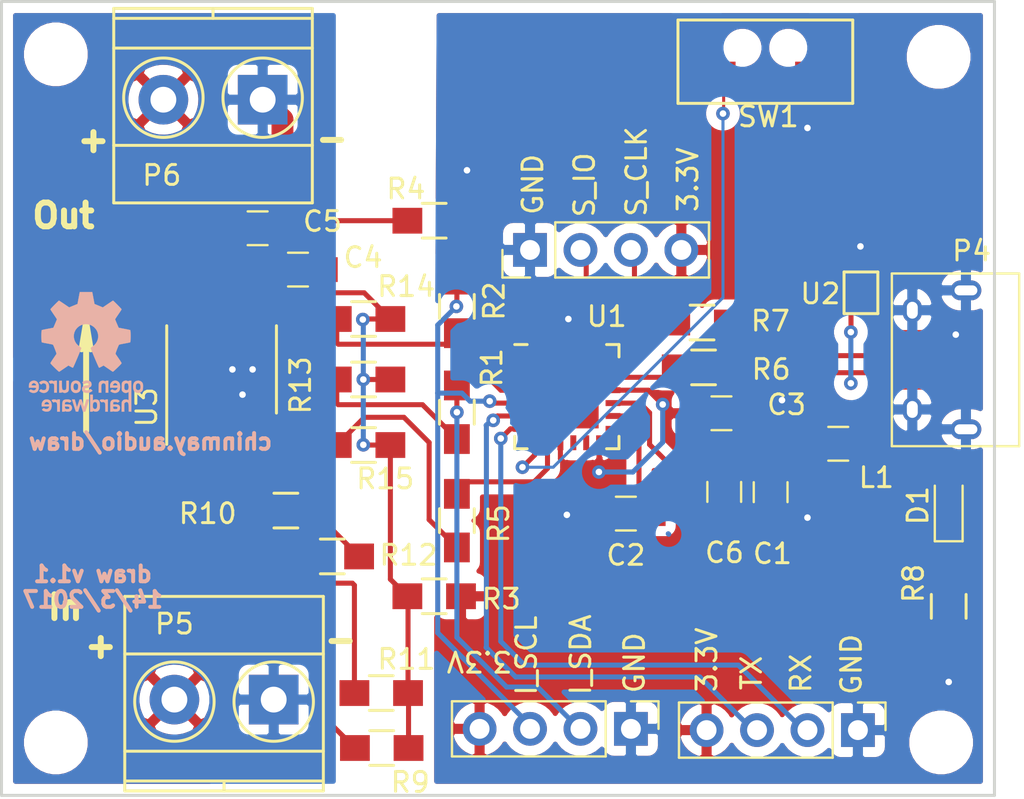
<source format=kicad_pcb>
(kicad_pcb (version 20171130) (host pcbnew "(5.1.0-0)")
  (layers (0 F.Cu signal) (31 B.Cu signal) (34 B.Paste user) (35 F.Paste user) (36 B.SilkS user) (37 F.SilkS user) (38 B.Mask user) (39 F.Mask user) (44 Edge.Cuts user))
  (net 0 "")
  (net 1 "Net-(C1-Pad1)")
  (net 2 GND)
  (net 3 "Net-(C2-Pad1)")
  (net 4 +3V3)
  (net 5 "Net-(C5-Pad1)")
  (net 6 "Net-(D1-Pad1)")
  (net 7 "Net-(L1-Pad1)")
  (net 8 /MCU/I2C0-SDA)
  (net 9 /MCU/I2C0_SCL)
  (net 10 /MCU/UART_TX)
  (net 11 /MCU/SWD_CLK)
  (net 12 "Net-(P4-Pad2)")
  (net 13 "Net-(P4-Pad3)")
  (net 14 "/Current Sense Amplifier/I2C_SDA")
  (net 15 "/Current Sense Amplifier/I2C_SCL")
  (net 16 /MCU/GPIO_PB11)
  (net 17 "/Current Sense Amplifier/ALERT")
  (net 18 "Net-(R6-Pad2)")
  (net 19 "Net-(R7-Pad2)")
  (net 20 "Net-(R10-Pad1)")
  (net 21 "Net-(R11-Pad1)")
  (net 22 "Net-(SW1-Pad1)")
  (net 23 "Net-(U1-Pad1)")
  (net 24 "Net-(U1-Pad10)")
  (net 25 "Net-(U1-Pad11)")
  (net 26 "Net-(U1-Pad23)")
  (net 27 "Net-(U1-Pad24)")
  (net 28 "Net-(P6-Pad2)")
  (net 29 +3.3VA)
  (net 30 GNDA)
  (net 31 "Net-(P2-Pad2)")
  (net 32 "Net-(P3-Pad2)")
  (net 33 "Net-(P4-Pad4)")
  (net 34 "Net-(U2-Pad1)")
  (net 35 "Net-(U2-Pad3)")
  (net 36 "Net-(U3-Pad13)")
  (module Mounting_Holes:MountingHole_2.2mm_M2 (layer F.Cu) (at 62.738 132.334)
    (fp_text reference REF** hide)
    (fp_text value MountingHole_2.2mm_M2 hide)
    (pad 1 np_thru_hole circle (at 0 0) (size 2.2 2.2) (drill 2.2) (layers *.Cu *.Mask))
  )
  (module Mounting_Holes:MountingHole_2.2mm_M2 (layer F.Cu) (at 62.738 97.663)
    (fp_text reference REF** hide)
    (fp_text value MountingHole_2.2mm_M2 hide)
    (pad 1 np_thru_hole circle (at 0 0) (size 2.2 2.2) (drill 2.2) (layers *.Cu *.Mask))
  )
  (module Mounting_Holes:MountingHole_2.2mm_M2 (layer F.Cu) (at 107.315 132.334)
    (fp_text reference REF** hide)
    (fp_text value MountingHole_2.2mm_M2 hide)
    (pad 1 np_thru_hole circle (at 0 0) (size 2.2 2.2) (drill 2.2) (layers *.Cu *.Mask))
  )
  (module Mounting_Holes:MountingHole_2.2mm_M2 (layer F.Cu) (at 107.188 97.79)
    (fp_text reference REF** hide)
    (fp_text value MountingHole_2.2mm_M2 hide)
    (pad 1 np_thru_hole circle (at 0 0) (size 2.2 2.2) (drill 2.2) (layers *.Cu *.Mask))
  )
  (module Symbols:OSHW-Logo_5.7x6mm_SilkScreen (layer B.Cu) (at 64.262 112.649 180)
    (fp_text reference REF*** hide)
    (fp_text value OSHW-Logo_5.7x6mm_SilkScreen hide)
  )
  (module Resistors_SMD:R_0805_HandSoldering (layer F.Cu) (at 81.788 106.045 180)
    (fp_text reference R4 (at 1.4224 1.6002) (layer F.SilkS))
    (fp_text value 0R)
    (pad 1 smd rect (at -1.35 0 180) (size 1.5 1.3) (layers F.Cu F.Paste F.Mask) (net 2 GND))
    (pad 2 smd rect (at 1.35 0 180) (size 1.5 1.3) (layers F.Cu F.Paste F.Mask) (net 30 GNDA))
  )
  (module Pin_Headers:Pin_Header_Straight_1x04_Pitch2.54mm (layer F.Cu) (at 91.694 131.6482 270)
    (fp_text reference P1 hide)
    (fp_text value "I2C Conn")
    (pad 1 thru_hole rect (at 0 0 270) (size 1.7 1.7) (drill 1) (layers *.Cu *.Mask) (net 2 GND))
    (pad 2 thru_hole oval (at 0 2.54 270) (size 1.7 1.7) (drill 1) (layers *.Cu *.Mask) (net 8 /MCU/I2C0-SDA))
    (pad 3 thru_hole oval (at 0 5.08 270) (size 1.7 1.7) (drill 1) (layers *.Cu *.Mask) (net 9 /MCU/I2C0_SCL))
    (pad 4 thru_hole oval (at 0 7.62 270) (size 1.7 1.7) (drill 1) (layers *.Cu *.Mask) (net 4 +3V3))
  )
  (module Terminal_Blocks:TerminalBlock_Pheonix_MKDS1.5-2pol (layer F.Cu) (at 73.152 99.949 180)
    (fp_text reference P6 (at 5.08 -3.81 180) (layer F.SilkS))
    (fp_text value Power_OUT hide)
    (pad 1 thru_hole rect (at 0 0 180) (size 2.5 2.5) (drill 1.3) (layers *.Cu *.Mask) (net 30 GNDA))
    (pad 2 thru_hole circle (at 5 0 180) (size 2.5 2.5) (drill 1.3) (layers *.Cu *.Mask) (net 28 "Net-(P6-Pad2)"))
  )
  (module Capacitors_SMD:C_0805_HandSoldering (layer F.Cu) (at 98.7298 119.7229 270)
    (fp_text reference C1 (at 3.0988 -0.0889) (layer F.SilkS))
    (fp_text value 4.7uF)
    (pad 1 smd rect (at -1.25 0 270) (size 1.5 1.25) (layers F.Cu F.Paste F.Mask) (net 1 "Net-(C1-Pad1)"))
    (pad 2 smd rect (at 1.25 0 270) (size 1.5 1.25) (layers F.Cu F.Paste F.Mask) (net 2 GND))
  )
  (module Capacitors_SMD:C_0805_HandSoldering (layer F.Cu) (at 91.44 120.8024 180)
    (fp_text reference C2 (at 0 -2.1 180) (layer F.SilkS))
    (fp_text value 1uF)
    (pad 1 smd rect (at -1.25 0 180) (size 1.5 1.25) (layers F.Cu F.Paste F.Mask) (net 3 "Net-(C2-Pad1)"))
    (pad 2 smd rect (at 1.25 0 180) (size 1.5 1.25) (layers F.Cu F.Paste F.Mask) (net 2 GND))
  )
  (module Capacitors_SMD:C_0805_HandSoldering (layer F.Cu) (at 96.2533 115.7478)
    (fp_text reference C3 (at 3.2766 -0.4318) (layer F.SilkS))
    (fp_text value 1uF)
    (pad 1 smd rect (at -1.25 0) (size 1.5 1.25) (layers F.Cu F.Paste F.Mask) (net 4 +3V3))
    (pad 2 smd rect (at 1.25 0) (size 1.5 1.25) (layers F.Cu F.Paste F.Mask) (net 2 GND))
  )
  (module Capacitors_SMD:C_0805_HandSoldering (layer F.Cu) (at 74.93 108.5088)
    (fp_text reference C4 (at 3.2766 -0.6096 180) (layer F.SilkS))
    (fp_text value 0.1uF)
    (pad 1 smd rect (at -1.25 0) (size 1.5 1.25) (layers F.Cu F.Paste F.Mask) (net 29 +3.3VA))
    (pad 2 smd rect (at 1.25 0) (size 1.5 1.25) (layers F.Cu F.Paste F.Mask) (net 30 GNDA))
  )
  (module Capacitors_SMD:C_0805_HandSoldering (layer F.Cu) (at 72.898 106.426)
    (fp_text reference C5 (at 3.2639 -0.3429 180) (layer F.SilkS))
    (fp_text value 1uF)
    (pad 1 smd rect (at -1.25 0) (size 1.5 1.25) (layers F.Cu F.Paste F.Mask) (net 5 "Net-(C5-Pad1)"))
    (pad 2 smd rect (at 1.25 0) (size 1.5 1.25) (layers F.Cu F.Paste F.Mask) (net 30 GNDA))
  )
  (module Capacitors_SMD:C_0805_HandSoldering (layer F.Cu) (at 96.393 119.7102 270)
    (fp_text reference C6 (at 3.0607 -0.0127) (layer F.SilkS))
    (fp_text value 1nF)
    (pad 1 smd rect (at -1.25 0 270) (size 1.5 1.25) (layers F.Cu F.Paste F.Mask) (net 1 "Net-(C1-Pad1)"))
    (pad 2 smd rect (at 1.25 0 270) (size 1.5 1.25) (layers F.Cu F.Paste F.Mask) (net 2 GND))
  )
  (module LEDs:LED_0805 (layer F.Cu) (at 107.696 120.396 90)
    (fp_text reference D1 (at 0 -1.5494 90) (layer F.SilkS))
    (fp_text value LED hide)
    (pad 2 smd rect (at 1.1 0 270) (size 1.2 1.2) (layers F.Cu F.Paste F.Mask) (net 4 +3V3))
    (pad 1 smd rect (at -1.1 0 270) (size 1.2 1.2) (layers F.Cu F.Paste F.Mask) (net 6 "Net-(D1-Pad1)"))
  )
  (module Capacitors_SMD:C_0805_HandSoldering (layer F.Cu) (at 102.1334 117.2845 180)
    (fp_text reference L1 (at -1.9177 -1.7018 180) (layer F.SilkS))
    (fp_text value 100R hide)
    (pad 1 smd rect (at -1.25 0 180) (size 1.5 1.25) (layers F.Cu F.Paste F.Mask) (net 7 "Net-(L1-Pad1)"))
    (pad 2 smd rect (at 1.25 0 180) (size 1.5 1.25) (layers F.Cu F.Paste F.Mask) (net 1 "Net-(C1-Pad1)"))
  )
  (module Pin_Headers:Pin_Header_Straight_1x04_Pitch2.54mm (layer F.Cu) (at 103.124 131.7117 270)
    (fp_text reference P2 hide)
    (fp_text value "UART Conn")
    (pad 1 thru_hole rect (at 0 0 270) (size 1.7 1.7) (drill 1) (layers *.Cu *.Mask) (net 2 GND))
    (pad 2 thru_hole oval (at 0 2.54 270) (size 1.7 1.7) (drill 1) (layers *.Cu *.Mask) (net 31 "Net-(P2-Pad2)"))
    (pad 3 thru_hole oval (at 0 5.08 270) (size 1.7 1.7) (drill 1) (layers *.Cu *.Mask) (net 10 /MCU/UART_TX))
    (pad 4 thru_hole oval (at 0 7.62 270) (size 1.7 1.7) (drill 1) (layers *.Cu *.Mask) (net 4 +3V3))
  )
  (module Pin_Headers:Pin_Header_Straight_1x04_Pitch2.54mm (layer F.Cu) (at 86.614 107.5182 90)
    (fp_text reference P3 hide)
    (fp_text value "Debug Conn")
    (pad 1 thru_hole rect (at 0 0 90) (size 1.7 1.7) (drill 1) (layers *.Cu *.Mask) (net 2 GND))
    (pad 2 thru_hole oval (at 0 2.54 90) (size 1.7 1.7) (drill 1) (layers *.Cu *.Mask) (net 32 "Net-(P3-Pad2)"))
    (pad 3 thru_hole oval (at 0 5.08 90) (size 1.7 1.7) (drill 1) (layers *.Cu *.Mask) (net 11 /MCU/SWD_CLK))
    (pad 4 thru_hole oval (at 0 7.62 90) (size 1.7 1.7) (drill 1) (layers *.Cu *.Mask) (net 4 +3V3))
  )
  (module Connect:USB_Micro-B (layer F.Cu) (at 107.2134 113.0554 90)
    (fp_text reference P4 (at 5.4864 1.6383 180) (layer F.SilkS))
    (fp_text value USB_OTG hide)
    (pad 1 smd rect (at -1.3 -1.35 180) (size 1.35 0.4) (layers F.Cu F.Paste F.Mask) (net 7 "Net-(L1-Pad1)"))
    (pad 2 smd rect (at -0.65 -1.35 180) (size 1.35 0.4) (layers F.Cu F.Paste F.Mask) (net 12 "Net-(P4-Pad2)"))
    (pad 3 smd rect (at 0 -1.35 180) (size 1.35 0.4) (layers F.Cu F.Paste F.Mask) (net 13 "Net-(P4-Pad3)"))
    (pad 4 smd rect (at 0.65 -1.35 180) (size 1.35 0.4) (layers F.Cu F.Paste F.Mask) (net 33 "Net-(P4-Pad4)"))
    (pad 5 smd rect (at 1.3 -1.35 180) (size 1.35 0.4) (layers F.Cu F.Paste F.Mask) (net 2 GND))
    (pad 6 thru_hole oval (at -2.5 -1.35 180) (size 0.95 1.25) (drill oval 0.55 0.85) (layers *.Cu *.Mask) (net 2 GND))
    (pad 6 thru_hole oval (at 2.5 -1.35 180) (size 0.95 1.25) (drill oval 0.55 0.85) (layers *.Cu *.Mask) (net 2 GND))
    (pad 6 thru_hole oval (at -3.5 1.35 180) (size 1.55 1) (drill oval 1.15 0.5) (layers *.Cu *.Mask) (net 2 GND))
    (pad 6 thru_hole oval (at 3.5 1.35 180) (size 1.55 1) (drill oval 1.15 0.5) (layers *.Cu *.Mask) (net 2 GND))
  )
  (module Terminal_Blocks:TerminalBlock_Pheonix_MKDS1.5-2pol (layer F.Cu) (at 68.707 130.175)
    (fp_text reference P5 (at 0 -3.81) (layer F.SilkS))
    (fp_text value Power_IN hide)
    (pad 1 thru_hole circle (at 0 0) (size 2.5 2.5) (drill 1.3) (layers *.Cu *.Mask) (net 5 "Net-(C5-Pad1)"))
    (pad 2 thru_hole rect (at 5 0) (size 2.5 2.5) (drill 1.3) (layers *.Cu *.Mask) (net 30 GNDA))
  )
  (module Resistors_SMD:R_0805_HandSoldering (layer F.Cu) (at 82.931 115.697 270)
    (fp_text reference R1 (at -2.2479 -1.7653 90) (layer F.SilkS))
    (fp_text value 0R)
    (pad 1 smd rect (at -1.35 0 270) (size 1.5 1.3) (layers F.Cu F.Paste F.Mask) (net 8 /MCU/I2C0-SDA))
    (pad 2 smd rect (at 1.35 0 270) (size 1.5 1.3) (layers F.Cu F.Paste F.Mask) (net 14 "/Current Sense Amplifier/I2C_SDA"))
  )
  (module Resistors_SMD:R_0805_HandSoldering (layer F.Cu) (at 82.931 110.363 270)
    (fp_text reference R2 (at -0.2667 -1.8796 90) (layer F.SilkS))
    (fp_text value 0R)
    (pad 1 smd rect (at -1.35 0 270) (size 1.5 1.3) (layers F.Cu F.Paste F.Mask) (net 9 /MCU/I2C0_SCL))
    (pad 2 smd rect (at 1.35 0 270) (size 1.5 1.3) (layers F.Cu F.Paste F.Mask) (net 15 "/Current Sense Amplifier/I2C_SCL"))
  )
  (module Resistors_SMD:R_0805_HandSoldering (layer F.Cu) (at 81.788 124.968 180)
    (fp_text reference R3 (at -3.3782 -0.1397) (layer F.SilkS))
    (fp_text value 0R)
    (pad 1 smd rect (at -1.35 0 180) (size 1.5 1.3) (layers F.Cu F.Paste F.Mask) (net 4 +3V3))
    (pad 2 smd rect (at 1.35 0 180) (size 1.5 1.3) (layers F.Cu F.Paste F.Mask) (net 29 +3.3VA))
  )
  (module Resistors_SMD:R_0805_HandSoldering (layer F.Cu) (at 82.931 121.158 270)
    (fp_text reference R5 (at 0.1524 -2.1082 90) (layer F.SilkS))
    (fp_text value 0R)
    (pad 1 smd rect (at -1.35 0 270) (size 1.5 1.3) (layers F.Cu F.Paste F.Mask) (net 16 /MCU/GPIO_PB11))
    (pad 2 smd rect (at 1.35 0 270) (size 1.5 1.3) (layers F.Cu F.Paste F.Mask) (net 17 "/Current Sense Amplifier/ALERT"))
  )
  (module Resistors_SMD:R_0805_HandSoldering (layer F.Cu) (at 95.3516 113.4364 180)
    (fp_text reference R6 (at -3.4036 -0.1016 180) (layer F.SilkS))
    (fp_text value 15R)
    (pad 1 smd rect (at -1.35 0 180) (size 1.5 1.3) (layers F.Cu F.Paste F.Mask) (net 12 "Net-(P4-Pad2)"))
    (pad 2 smd rect (at 1.35 0 180) (size 1.5 1.3) (layers F.Cu F.Paste F.Mask) (net 18 "Net-(R6-Pad2)"))
  )
  (module Resistors_SMD:R_0805_HandSoldering (layer F.Cu) (at 95.2754 111.1758 180)
    (fp_text reference R7 (at -3.4417 0.0762 180) (layer F.SilkS))
    (fp_text value 15R)
    (pad 1 smd rect (at -1.35 0 180) (size 1.5 1.3) (layers F.Cu F.Paste F.Mask) (net 13 "Net-(P4-Pad3)"))
    (pad 2 smd rect (at 1.35 0 180) (size 1.5 1.3) (layers F.Cu F.Paste F.Mask) (net 19 "Net-(R7-Pad2)"))
  )
  (module Resistors_SMD:R_0805_HandSoldering (layer F.Cu) (at 107.696 125.476 270)
    (fp_text reference R8 (at -1.1557 1.778 270) (layer F.SilkS))
    (fp_text value 100R)
    (pad 1 smd rect (at -1.35 0 270) (size 1.5 1.3) (layers F.Cu F.Paste F.Mask) (net 6 "Net-(D1-Pad1)"))
    (pad 2 smd rect (at 1.35 0 270) (size 1.5 1.3) (layers F.Cu F.Paste F.Mask) (net 2 GND))
  )
  (module Resistors_SMD:R_0805_HandSoldering (layer F.Cu) (at 79.1464 132.6134)
    (fp_text reference R9 (at 1.4351 1.7272) (layer F.SilkS))
    (fp_text value 0R_NP)
    (pad 1 smd rect (at -1.35 0) (size 1.5 1.3) (layers F.Cu F.Paste F.Mask) (net 20 "Net-(R10-Pad1)"))
    (pad 2 smd rect (at 1.35 0) (size 1.5 1.3) (layers F.Cu F.Paste F.Mask) (net 29 +3.3VA))
  )
  (module Resistors_SMD:R_0805_HandSoldering (layer F.Cu) (at 74.3204 120.65)
    (fp_text reference R10 (at -3.937 0.1524) (layer F.SilkS))
    (fp_text value 0R)
    (pad 1 smd rect (at -1.35 0) (size 1.5 1.3) (layers F.Cu F.Paste F.Mask) (net 20 "Net-(R10-Pad1)"))
    (pad 2 smd rect (at 1.35 0) (size 1.5 1.3) (layers F.Cu F.Paste F.Mask) (net 30 GNDA))
  )
  (module Resistors_SMD:R_0805_HandSoldering (layer F.Cu) (at 79.121 129.8448)
    (fp_text reference R11 (at 1.27 -1.7018) (layer F.SilkS))
    (fp_text value 0R_NP)
    (pad 1 smd rect (at -1.35 0) (size 1.5 1.3) (layers F.Cu F.Paste F.Mask) (net 21 "Net-(R11-Pad1)"))
    (pad 2 smd rect (at 1.35 0) (size 1.5 1.3) (layers F.Cu F.Paste F.Mask) (net 29 +3.3VA))
  )
  (module Resistors_SMD:R_0805_HandSoldering (layer F.Cu) (at 76.6572 122.9614)
    (fp_text reference R12 (at 3.8354 -0.0635 180) (layer F.SilkS))
    (fp_text value 0R)
    (pad 1 smd rect (at -1.35 0) (size 1.5 1.3) (layers F.Cu F.Paste F.Mask) (net 21 "Net-(R11-Pad1)"))
    (pad 2 smd rect (at 1.35 0) (size 1.5 1.3) (layers F.Cu F.Paste F.Mask) (net 30 GNDA))
  )
  (module Resistors_SMD:R_0805_HandSoldering (layer F.Cu) (at 78.232 114.046 180)
    (fp_text reference R13 (at 3.175 -0.2921 270) (layer F.SilkS))
    (fp_text value 1K)
    (pad 1 smd rect (at -1.35 0 180) (size 1.5 1.3) (layers F.Cu F.Paste F.Mask) (net 29 +3.3VA))
    (pad 2 smd rect (at 1.35 0 180) (size 1.5 1.3) (layers F.Cu F.Paste F.Mask) (net 14 "/Current Sense Amplifier/I2C_SDA"))
  )
  (module Resistors_SMD:R_0805_HandSoldering (layer F.Cu) (at 78.232 110.998 180)
    (fp_text reference R14 (at -2.1463 1.6383) (layer F.SilkS))
    (fp_text value 1K)
    (pad 1 smd rect (at -1.35 0 180) (size 1.5 1.3) (layers F.Cu F.Paste F.Mask) (net 29 +3.3VA))
    (pad 2 smd rect (at 1.35 0 180) (size 1.5 1.3) (layers F.Cu F.Paste F.Mask) (net 15 "/Current Sense Amplifier/I2C_SCL"))
  )
  (module Resistors_SMD:R_0805_HandSoldering (layer F.Cu) (at 78.232 117.348 180)
    (fp_text reference R15 (at -1.0922 -1.7018) (layer F.SilkS))
    (fp_text value 1K)
    (pad 1 smd rect (at -1.35 0 180) (size 1.5 1.3) (layers F.Cu F.Paste F.Mask) (net 29 +3.3VA))
    (pad 2 smd rect (at 1.35 0 180) (size 1.5 1.3) (layers F.Cu F.Paste F.Mask) (net 17 "/Current Sense Amplifier/ALERT"))
  )
  (module Housings_DFN_QFN:QFN-24-1EP_5x5mm_Pitch0.65mm (layer F.Cu) (at 88.4682 114.9096)
    (fp_text reference U1 (at 2.0066 -4.0386) (layer F.SilkS))
    (fp_text value EFM32HG309 hide)
    (pad 1 smd rect (at -2.325 -1.625) (size 0.75 0.3) (layers F.Cu F.Paste F.Mask) (net 23 "Net-(U1-Pad1)"))
    (pad 2 smd rect (at -2.325 -0.975) (size 0.75 0.3) (layers F.Cu F.Paste F.Mask) (net 4 +3V3))
    (pad 3 smd rect (at -2.325 -0.325) (size 0.75 0.3) (layers F.Cu F.Paste F.Mask) (net 8 /MCU/I2C0-SDA))
    (pad 4 smd rect (at -2.325 0.325) (size 0.75 0.3) (layers F.Cu F.Paste F.Mask) (net 9 /MCU/I2C0_SCL))
    (pad 5 smd rect (at -2.325 0.975) (size 0.75 0.3) (layers F.Cu F.Paste F.Mask) (net 10 /MCU/UART_TX))
    (pad 6 smd rect (at -2.325 1.625) (size 0.75 0.3) (layers F.Cu F.Paste F.Mask) (net 31 "Net-(P2-Pad2)"))
    (pad 7 smd rect (at -1.625 2.325 90) (size 0.75 0.3) (layers F.Cu F.Paste F.Mask) (net 22 "Net-(SW1-Pad1)"))
    (pad 8 smd rect (at -0.975 2.325 90) (size 0.75 0.3) (layers F.Cu F.Paste F.Mask) (net 16 /MCU/GPIO_PB11))
    (pad 9 smd rect (at -0.325 2.325 90) (size 0.75 0.3) (layers F.Cu F.Paste F.Mask) (net 4 +3V3))
    (pad 10 smd rect (at 0.325 2.325 90) (size 0.75 0.3) (layers F.Cu F.Paste F.Mask) (net 24 "Net-(U1-Pad10)"))
    (pad 11 smd rect (at 0.975 2.325 90) (size 0.75 0.3) (layers F.Cu F.Paste F.Mask) (net 25 "Net-(U1-Pad11)"))
    (pad 12 smd rect (at 1.625 2.325 90) (size 0.75 0.3) (layers F.Cu F.Paste F.Mask) (net 4 +3V3))
    (pad 13 smd rect (at 2.325 1.625) (size 0.75 0.3) (layers F.Cu F.Paste F.Mask) (net 4 +3V3))
    (pad 14 smd rect (at 2.325 0.975) (size 0.75 0.3) (layers F.Cu F.Paste F.Mask) (net 3 "Net-(C2-Pad1)"))
    (pad 15 smd rect (at 2.325 0.325) (size 0.75 0.3) (layers F.Cu F.Paste F.Mask) (net 1 "Net-(C1-Pad1)"))
    (pad 16 smd rect (at 2.325 -0.325) (size 0.75 0.3) (layers F.Cu F.Paste F.Mask) (net 4 +3V3))
    (pad 17 smd rect (at 2.325 -0.975) (size 0.75 0.3) (layers F.Cu F.Paste F.Mask) (net 18 "Net-(R6-Pad2)"))
    (pad 18 smd rect (at 2.325 -1.625) (size 0.75 0.3) (layers F.Cu F.Paste F.Mask) (net 19 "Net-(R7-Pad2)"))
    (pad 19 smd rect (at 1.625 -2.325 90) (size 0.75 0.3) (layers F.Cu F.Paste F.Mask) (net 11 /MCU/SWD_CLK))
    (pad 20 smd rect (at 0.975 -2.325 90) (size 0.75 0.3) (layers F.Cu F.Paste F.Mask) (net 32 "Net-(P3-Pad2)"))
    (pad 21 smd rect (at 0.325 -2.325 90) (size 0.75 0.3) (layers F.Cu F.Paste F.Mask) (net 2 GND))
    (pad 22 smd rect (at -0.325 -2.325 90) (size 0.75 0.3) (layers F.Cu F.Paste F.Mask) (net 4 +3V3))
    (pad 23 smd rect (at -0.975 -2.325 90) (size 0.75 0.3) (layers F.Cu F.Paste F.Mask) (net 26 "Net-(U1-Pad23)"))
    (pad 24 smd rect (at -1.625 -2.325 90) (size 0.75 0.3) (layers F.Cu F.Paste F.Mask) (net 27 "Net-(U1-Pad24)"))
    (pad 25 smd rect (at 0.8 0.8) (size 1.6 1.6) (layers F.Cu F.Paste F.Mask) (net 2 GND))
    (pad 25 smd rect (at 0.8 -0.8) (size 1.6 1.6) (layers F.Cu F.Paste F.Mask) (net 2 GND))
    (pad 25 smd rect (at -0.8 0.8) (size 1.6 1.6) (layers F.Cu F.Paste F.Mask) (net 2 GND))
    (pad 25 smd rect (at -0.8 -0.8) (size 1.6 1.6) (layers F.Cu F.Paste F.Mask) (net 2 GND))
  )
  (module TO_SOT_Packages_SMD:SOT-553 (layer F.Cu) (at 103.2764 109.6772 270)
    (fp_text reference U2 (at 0.0508 2.0447) (layer F.SilkS))
    (fp_text value TPD4E002 hide)
    (pad 1 smd rect (at -0.70104 -0.50038 270) (size 0.44958 0.29972) (layers F.Cu F.Paste F.Mask) (net 34 "Net-(U2-Pad1)"))
    (pad 3 smd rect (at -0.70104 0.50038 270) (size 0.44958 0.29972) (layers F.Cu F.Paste F.Mask) (net 35 "Net-(U2-Pad3)"))
    (pad 5 smd rect (at 0.70104 -0.50038 270) (size 0.44958 0.29972) (layers F.Cu F.Paste F.Mask) (net 13 "Net-(P4-Pad3)"))
    (pad 2 smd rect (at -0.70104 0 270) (size 0.44958 0.29972) (layers F.Cu F.Paste F.Mask) (net 2 GND))
    (pad 4 smd rect (at 0.70104 0.50038 270) (size 0.44958 0.29972) (layers F.Cu F.Paste F.Mask) (net 12 "Net-(P4-Pad2)"))
  )
  (module Housings_SSOP:TSSOP-16_4.4x5mm_Pitch0.65mm (layer F.Cu) (at 71.12 113.538 90)
    (fp_text reference U3 (at -1.905 -3.81 90) (layer F.SilkS))
    (fp_text value INA260 hide)
    (pad 1 smd rect (at -2.95 -2.275 90) (size 1.5 0.45) (layers F.Cu F.Paste F.Mask) (net 5 "Net-(C5-Pad1)"))
    (pad 2 smd rect (at -2.95 -1.625 90) (size 1.5 0.45) (layers F.Cu F.Paste F.Mask) (net 5 "Net-(C5-Pad1)"))
    (pad 3 smd rect (at -2.95 -0.975 90) (size 1.5 0.45) (layers F.Cu F.Paste F.Mask) (net 5 "Net-(C5-Pad1)"))
    (pad 4 smd rect (at -2.95 -0.325 90) (size 1.5 0.45) (layers F.Cu F.Paste F.Mask) (net 20 "Net-(R10-Pad1)"))
    (pad 5 smd rect (at -2.95 0.325 90) (size 1.5 0.45) (layers F.Cu F.Paste F.Mask) (net 21 "Net-(R11-Pad1)"))
    (pad 6 smd rect (at -2.95 0.975 90) (size 1.5 0.45) (layers F.Cu F.Paste F.Mask) (net 30 GNDA))
    (pad 7 smd rect (at -2.95 1.625 90) (size 1.5 0.45) (layers F.Cu F.Paste F.Mask) (net 17 "/Current Sense Amplifier/ALERT"))
    (pad 8 smd rect (at -2.95 2.275 90) (size 1.5 0.45) (layers F.Cu F.Paste F.Mask) (net 14 "/Current Sense Amplifier/I2C_SDA"))
    (pad 9 smd rect (at 2.95 2.275 90) (size 1.5 0.45) (layers F.Cu F.Paste F.Mask) (net 15 "/Current Sense Amplifier/I2C_SCL"))
    (pad 10 smd rect (at 2.95 1.625 90) (size 1.5 0.45) (layers F.Cu F.Paste F.Mask) (net 29 +3.3VA))
    (pad 11 smd rect (at 2.95 0.975 90) (size 1.5 0.45) (layers F.Cu F.Paste F.Mask) (net 30 GNDA))
    (pad 12 smd rect (at 2.95 0.325 90) (size 1.5 0.45) (layers F.Cu F.Paste F.Mask) (net 5 "Net-(C5-Pad1)"))
    (pad 13 smd rect (at 2.95 -0.325 90) (size 1.5 0.45) (layers F.Cu F.Paste F.Mask) (net 36 "Net-(U3-Pad13)"))
    (pad 14 smd rect (at 2.95 -0.975 90) (size 1.5 0.45) (layers F.Cu F.Paste F.Mask) (net 28 "Net-(P6-Pad2)"))
    (pad 15 smd rect (at 2.95 -1.625 90) (size 1.5 0.45) (layers F.Cu F.Paste F.Mask) (net 28 "Net-(P6-Pad2)"))
    (pad 16 smd rect (at 2.95 -2.275 90) (size 1.5 0.45) (layers F.Cu F.Paste F.Mask) (net 28 "Net-(P6-Pad2)"))
  )
  (module draw:Tact (layer F.Cu) (at 98.4631 97.3328)
    (fp_text reference SW1 (at 0.15 3.475) (layer F.SilkS))
    (fp_text value SW_Push)
    (pad "" smd rect (at 3.45 -0.55) (size 1.5 1.5) (layers F.Cu F.Paste F.Mask))
    (pad "" np_thru_hole circle (at -1.15 0) (size 0.9 0.9) (drill 0.9) (layers *.Cu *.Mask))
    (pad 2 smd rect (at 2.1 1.3) (size 1.2 1.2) (layers F.Cu F.Paste F.Mask) (net 2 GND))
    (pad 1 smd rect (at -2.1 1.3) (size 1.2 1.2) (layers F.Cu F.Paste F.Mask) (net 22 "Net-(SW1-Pad1)"))
    (pad "" np_thru_hole circle (at 1.15 0) (size 0.9 0.9) (drill 0.9) (layers *.Cu *.Mask))
    (pad "" smd rect (at -3.45 -0.55) (size 1.5 1.5) (layers F.Cu F.Paste F.Mask))
  )
  (gr_text Out (at 63.119 105.791) (layer F.SilkS) (effects (font (size 1.2 1.2) (thickness 0.3))))
  (gr_text In (at 63.2079 125.5268) (layer F.SilkS) (effects (font (size 1.2 1.2) (thickness 0.3))))
  (gr_text ↑ (at 64.262 113.3221) (layer F.SilkS) (effects (font (size 7.2 1.2) (thickness 0.3))))
  (gr_text "draw v1.1\n14/3/2017" (at 64.5922 124.4981) (layer B.SilkS) (effects (font (size 0.8 0.8) (thickness 0.2)) (justify mirror)))
  (gr_text chinmay.audio/draw (at 67.5005 117.1829) (layer B.SilkS) (effects (font (size 0.8 0.8) (thickness 0.2)) (justify mirror)))
  (gr_text 3.3V (at 94.5642 103.9749 90) (layer F.SilkS) (effects (font (size 1 1))))
  (gr_text - (at 77.0763 127.1397) (layer F.SilkS) (effects (font (size 1.2 1.2) (thickness 0.3))))
  (gr_text - (at 76.6445 101.8921) (layer F.SilkS) (effects (font (size 1.2 1.2) (thickness 0.3))))
  (gr_text + (at 64.6303 101.9556) (layer F.SilkS) (effects (font (size 1.2 1.2) (thickness 0.3))))
  (gr_text + (at 64.9986 127.4445) (layer F.SilkS) (effects (font (size 1.2 1.2) (thickness 0.3))))
  (gr_text RX (at 100.2538 128.8542 90) (layer F.SilkS) (effects (font (size 1 1))))
  (gr_text TX (at 97.7646 128.8288 90) (layer F.SilkS) (effects (font (size 1 1))))
  (gr_text I_SCL (at 86.4362 127.9525 90) (layer F.SilkS) (effects (font (size 1 1))))
  (gr_text I_SDA (at 89.1667 127.9144 90) (layer F.SilkS) (effects (font (size 1 1))))
  (gr_text GND (at 102.7938 128.397 90) (layer F.SilkS) (effects (font (size 1 1))))
  (gr_text GND (at 91.8718 128.3208 90) (layer F.SilkS) (effects (font (size 1 1))))
  (gr_text 3.3V (at 95.5167 128.1684 90) (layer F.SilkS) (effects (font (size 1 1))))
  (gr_text 3.3V (at 84.0486 128.2446 180) (layer F.SilkS) (effects (font (size 1 1))))
  (gr_text S_IO (at 89.3572 104.2416 90) (layer F.SilkS) (effects (font (size 1 1))))
  (gr_text S_CLK (at 91.9734 103.5685 90) (layer F.SilkS) (effects (font (size 1 1))))
  (gr_text GND (at 86.7537 104.2162 90) (layer F.SilkS) (effects (font (size 1 1))))
  (gr_line (start 60 135) (end 110 135) (angle 90) (layer Edge.Cuts) (width 0.15))
  (gr_line (start 60 95) (end 110 95) (angle 90) (layer Edge.Cuts) (width 0.15))
  (gr_line (start 110 135) (end 110 95) (angle 90) (layer Edge.Cuts) (width 0.15))
  (gr_line (start 60 135) (end 60 95) (angle 90) (layer Edge.Cuts) (width 0.15))
  (segment (start 93.599 121.8438) (end 93.5736 121.8184) (width 0.254) (layer B.Cu) (net 0))
  (segment (start 90.7932 115.2346) (end 92.146 115.2346) (width 0.254) (layer F.Cu) (net 1))
  (segment (start 93.7714 118.4602) (end 96.393 118.4602) (width 0.254) (layer F.Cu) (net 1))
  (segment (start 92.6338 117.3226) (end 93.7714 118.4602) (width 0.254) (layer F.Cu) (net 1))
  (segment (start 92.6338 115.7224) (end 92.6338 117.3226) (width 0.254) (layer F.Cu) (net 1))
  (segment (start 92.146 115.2346) (end 92.6338 115.7224) (width 0.254) (layer F.Cu) (net 1))
  (segment (start 98.7298 118.4729) (end 96.4057 118.4729) (width 0.254) (layer F.Cu) (net 1))
  (segment (start 96.4057 118.4729) (end 96.393 118.4602) (width 0.254) (layer F.Cu) (net 1))
  (segment (start 100.8834 117.2845) (end 99.9182 117.2845) (width 0.254) (layer F.Cu) (net 1))
  (segment (start 99.9182 117.2845) (end 98.7298 118.4729) (width 0.254) (layer F.Cu) (net 1))
  (segment (start 100.5631 98.6328) (end 100.5631 101.3505) (width 0.1524) (layer F.Cu) (net 2))
  (via (at 100.584 101.3714) (size 0.6858) (drill 0.3302) (layers F.Cu B.Cu) (net 2))
  (segment (start 100.5631 101.3505) (end 100.584 101.3714) (width 0.1524) (layer F.Cu) (net 2))
  (segment (start 97.5033 115.7478) (end 98.6409 115.7478) (width 0.254) (layer F.Cu) (net 2))
  (via (at 99.3013 115.0874) (size 0.6858) (drill 0.3302) (layers F.Cu B.Cu) (net 2))
  (segment (start 98.6409 115.7478) (end 99.3013 115.0874) (width 0.254) (layer F.Cu) (net 2))
  (segment (start 90.19 120.8024) (end 88.5317 120.8024) (width 0.254) (layer F.Cu) (net 2))
  (segment (start 88.4809 120.8532) (end 88.4809 120.8405) (width 0.254) (layer B.Cu) (net 2))
  (segment (start 88.4682 120.8659) (end 88.4809 120.8532) (width 0.254) (layer B.Cu) (net 2))
  (via (at 88.4682 120.8659) (size 0.6858) (drill 0.3302) (layers F.Cu B.Cu) (net 2))
  (segment (start 88.5317 120.8024) (end 88.4682 120.8659) (width 0.254) (layer F.Cu) (net 2))
  (segment (start 96.393 120.9602) (end 98.7171 120.9602) (width 0.254) (layer F.Cu) (net 2))
  (segment (start 98.7171 120.9602) (end 98.7298 120.9729) (width 0.254) (layer F.Cu) (net 2))
  (segment (start 98.7298 120.9729) (end 100.5513 120.9729) (width 0.254) (layer F.Cu) (net 2))
  (via (at 100.584 121.0056) (size 0.6858) (drill 0.3302) (layers F.Cu B.Cu) (net 2))
  (segment (start 100.5513 120.9729) (end 100.584 121.0056) (width 0.254) (layer F.Cu) (net 2))
  (segment (start 89.2682 115.7096) (end 89.2682 114.1096) (width 0.254) (layer F.Cu) (net 2))
  (segment (start 88.7932 112.5846) (end 88.7932 111.2468) (width 0.254) (layer F.Cu) (net 2))
  (via (at 88.5444 110.998) (size 0.6858) (drill 0.3302) (layers F.Cu B.Cu) (net 2))
  (segment (start 88.7932 111.2468) (end 88.5444 110.998) (width 0.254) (layer F.Cu) (net 2))
  (segment (start 87.6682 114.1096) (end 89.2682 114.1096) (width 0.254) (layer F.Cu) (net 2))
  (segment (start 89.2682 115.7096) (end 87.6682 115.7096) (width 0.254) (layer F.Cu) (net 2))
  (segment (start 88.7932 112.5846) (end 88.7932 113.6346) (width 0.254) (layer F.Cu) (net 2))
  (segment (start 88.7932 113.6346) (end 89.2682 114.1096) (width 0.254) (layer F.Cu) (net 2))
  (segment (start 105.8634 111.7554) (end 108.0216 111.7554) (width 0.254) (layer F.Cu) (net 2))
  (via (at 108.0516 111.7854) (size 0.6858) (drill 0.3302) (layers F.Cu B.Cu) (net 2))
  (segment (start 108.0216 111.7554) (end 108.0516 111.7854) (width 0.254) (layer F.Cu) (net 2))
  (segment (start 103.2764 108.97616) (end 103.2764 107.3658) (width 0.1524) (layer F.Cu) (net 2))
  (segment (start 103.251 107.3404) (end 103.251 107.442) (width 0.1524) (layer B.Cu) (net 2))
  (via (at 103.251 107.3404) (size 0.6858) (drill 0.3302) (layers F.Cu B.Cu) (net 2))
  (segment (start 103.2764 107.3658) (end 103.251 107.3404) (width 0.1524) (layer F.Cu) (net 2))
  (segment (start 107.696 126.826) (end 107.696 129.286) (width 0.254) (layer F.Cu) (net 2))
  (via (at 107.696 129.286) (size 0.6858) (drill 0.3302) (layers F.Cu B.Cu) (net 2))
  (segment (start 83.138 106.045) (end 83.138 103.806) (width 0.254) (layer F.Cu) (net 2))
  (via (at 83.439 103.505) (size 0.6858) (drill 0.3302) (layers F.Cu B.Cu) (net 2))
  (segment (start 83.138 103.806) (end 83.439 103.505) (width 0.254) (layer F.Cu) (net 2))
  (segment (start 90.7932 115.8846) (end 91.8054 115.8846) (width 0.254) (layer F.Cu) (net 3))
  (segment (start 92.1004 116.1796) (end 92.1004 120.2128) (width 0.254) (layer F.Cu) (net 3))
  (segment (start 91.8054 115.8846) (end 92.1004 116.1796) (width 0.254) (layer F.Cu) (net 3))
  (segment (start 92.1004 120.2128) (end 92.69 120.8024) (width 0.254) (layer F.Cu) (net 3))
  (segment (start 93.2942 115.3033) (end 93.2942 117.2083) (width 0.254) (layer B.Cu) (net 4))
  (segment (start 90.0932 118.6948) (end 90.0932 117.2346) (width 0.254) (layer F.Cu) (net 4))
  (segment (start 90.0811 118.7069) (end 90.0932 118.6948) (width 0.254) (layer F.Cu) (net 4))
  (via (at 90.0811 118.7069) (size 0.6858) (drill 0.3302) (layers F.Cu B.Cu) (net 4))
  (segment (start 91.7956 118.7069) (end 90.0811 118.7069) (width 0.254) (layer B.Cu) (net 4))
  (segment (start 93.2942 117.2083) (end 91.7956 118.7069) (width 0.254) (layer B.Cu) (net 4))
  (segment (start 94.5588 115.3033) (end 95.0033 115.7478) (width 0.254) (layer F.Cu) (net 4))
  (segment (start 90.7932 114.5846) (end 92.5755 114.5846) (width 0.254) (layer F.Cu) (net 4))
  (segment (start 93.2942 115.3033) (end 93.2942 115.3287) (width 0.254) (layer B.Cu) (net 4))
  (via (at 93.2942 115.3033) (size 0.6858) (drill 0.3302) (layers F.Cu B.Cu) (net 4))
  (segment (start 92.5755 114.5846) (end 93.2942 115.3033) (width 0.254) (layer F.Cu) (net 4))
  (segment (start 86.1432 113.9346) (end 85.639 113.9346) (width 0.254) (layer F.Cu) (net 4))
  (segment (start 85.3186 113.284) (end 85.0646 113.03) (width 0.254) (layer F.Cu) (net 4))
  (segment (start 85.3186 113.6142) (end 85.3186 113.284) (width 0.254) (layer F.Cu) (net 4))
  (segment (start 85.639 113.9346) (end 85.3186 113.6142) (width 0.254) (layer F.Cu) (net 4))
  (segment (start 88.1432 112.5846) (end 88.1432 112.1208) (width 0.254) (layer F.Cu) (net 4))
  (segment (start 88.1432 112.1208) (end 87.4014 111.379) (width 0.254) (layer F.Cu) (net 4))
  (segment (start 90.0932 117.2346) (end 90.0932 117.957) (width 0.254) (layer F.Cu) (net 4))
  (segment (start 90.0932 117.957) (end 90.1446 118.0084) (width 0.254) (layer F.Cu) (net 4))
  (segment (start 88.1432 117.2346) (end 88.1432 118.039) (width 0.254) (layer F.Cu) (net 4))
  (segment (start 88.1432 118.039) (end 88.4174 118.3132) (width 0.254) (layer F.Cu) (net 4))
  (segment (start 90.7932 116.5346) (end 90.7932 117.2346) (width 0.254) (layer F.Cu) (net 4))
  (segment (start 90.7932 117.2346) (end 90.0932 117.2346) (width 0.254) (layer F.Cu) (net 4))
  (segment (start 71.445 110.588) (end 71.445 106.629) (width 0.254) (layer F.Cu) (net 5))
  (segment (start 71.445 106.629) (end 71.648 106.426) (width 0.254) (layer F.Cu) (net 5))
  (segment (start 71.445 110.588) (end 71.445 111.689) (width 0.254) (layer F.Cu) (net 5))
  (segment (start 70.866 113.538) (end 70.104 114.3) (width 0.254) (layer F.Cu) (net 5))
  (segment (start 70.866 112.268) (end 70.866 113.538) (width 0.254) (layer F.Cu) (net 5))
  (segment (start 71.445 111.689) (end 70.866 112.268) (width 0.254) (layer F.Cu) (net 5))
  (segment (start 69.495 116.488) (end 70.145 116.488) (width 0.254) (layer F.Cu) (net 5))
  (segment (start 107.696 121.496) (end 107.696 124.126) (width 0.254) (layer F.Cu) (net 6))
  (segment (start 105.8634 114.3554) (end 104.6688 114.3554) (width 0.254) (layer F.Cu) (net 7))
  (segment (start 103.3834 115.6408) (end 103.3834 117.2845) (width 0.254) (layer F.Cu) (net 7))
  (segment (start 104.6688 114.3554) (end 103.3834 115.6408) (width 0.254) (layer F.Cu) (net 7))
  (segment (start 86.995002 129.540002) (end 89.1032 131.6482) (width 0.254) (layer B.Cu) (net 8))
  (segment (start 85.432902 129.540002) (end 86.995002 129.540002) (width 0.254) (layer B.Cu) (net 8))
  (segment (start 82.931 127.0381) (end 85.432902 129.540002) (width 0.254) (layer B.Cu) (net 8))
  (segment (start 82.931 115.697) (end 82.931 127.0381) (width 0.254) (layer B.Cu) (net 8))
  (segment (start 82.931 114.347) (end 82.931 115.697) (width 0.254) (layer F.Cu) (net 8))
  (via (at 82.931 115.697) (size 0.6858) (drill 0.3302) (layers F.Cu B.Cu) (net 8))
  (segment (start 86.1432 114.5846) (end 85.146 114.5846) (width 0.254) (layer F.Cu) (net 8))
  (segment (start 84.6074 114.046) (end 83.232 114.046) (width 0.254) (layer F.Cu) (net 8))
  (segment (start 85.146 114.5846) (end 84.6074 114.046) (width 0.254) (layer F.Cu) (net 8))
  (segment (start 83.232 114.046) (end 82.931 114.347) (width 0.254) (layer F.Cu) (net 8))
  (segment (start 84.582 115.1382) (end 83.5914 115.1382) (width 0.254) (layer B.Cu) (net 9))
  (segment (start 86.1432 115.2346) (end 84.6784 115.2346) (width 0.254) (layer F.Cu) (net 9))
  (via (at 84.582 115.1382) (size 0.6858) (drill 0.3302) (layers F.Cu B.Cu) (net 9))
  (segment (start 84.6784 115.2346) (end 84.582 115.1382) (width 0.254) (layer F.Cu) (net 9))
  (segment (start 83.185 114.7318) (end 81.9658 114.7318) (width 0.254) (layer B.Cu) (net 9))
  (segment (start 83.5914 115.1382) (end 83.185 114.7318) (width 0.254) (layer B.Cu) (net 9))
  (segment (start 81.9658 111.3028) (end 82.9056 110.363) (width 0.254) (layer B.Cu) (net 9))
  (segment (start 81.9658 126.8095) (end 81.9658 114.7318) (width 0.254) (layer B.Cu) (net 9))
  (segment (start 81.9658 114.7318) (end 81.9658 111.3028) (width 0.254) (layer B.Cu) (net 9))
  (segment (start 86.5632 131.4069) (end 81.9658 126.8095) (width 0.254) (layer B.Cu) (net 9))
  (segment (start 86.5632 131.6482) (end 86.5632 131.4069) (width 0.254) (layer B.Cu) (net 9))
  (segment (start 82.931 110.3376) (end 82.931 109.013) (width 0.254) (layer F.Cu) (net 9))
  (segment (start 82.9056 110.363) (end 82.931 110.3376) (width 0.254) (layer F.Cu) (net 9))
  (via (at 82.9056 110.363) (size 0.6858) (drill 0.3302) (layers F.Cu B.Cu) (net 9))
  (segment (start 84.4169 116.3447) (end 84.4169 127.5334) (width 0.254) (layer B.Cu) (net 10))
  (segment (start 95.1611 129.032) (end 97.8408 131.7117) (width 0.254) (layer B.Cu) (net 10))
  (segment (start 85.8901 129.032) (end 95.1611 129.032) (width 0.254) (layer B.Cu) (net 10))
  (segment (start 84.4042 127.5461) (end 85.8901 129.032) (width 0.254) (layer B.Cu) (net 10))
  (segment (start 84.4169 127.5334) (end 84.4042 127.5461) (width 0.254) (layer B.Cu) (net 10))
  (segment (start 86.1432 115.8846) (end 84.9786 115.8846) (width 0.254) (layer F.Cu) (net 10))
  (via (at 84.7598 116.1034) (size 0.6858) (drill 0.3302) (layers F.Cu B.Cu) (net 10))
  (segment (start 84.9786 115.8846) (end 84.7598 116.1034) (width 0.254) (layer F.Cu) (net 10))
  (segment (start 84.7598 116.1034) (end 84.6582 116.1034) (width 0.254) (layer B.Cu) (net 10))
  (segment (start 84.6582 116.1034) (end 84.4169 116.3447) (width 0.254) (layer B.Cu) (net 10))
  (segment (start 84.4169 116.3447) (end 84.4042 116.3574) (width 0.254) (layer B.Cu) (net 10))
  (segment (start 85.1408 117.0178) (end 85.1408 127.241298) (width 0.254) (layer B.Cu) (net 31))
  (segment (start 85.624 116.5346) (end 85.1408 117.0178) (width 0.254) (layer F.Cu) (net 31))
  (segment (start 86.1432 116.5346) (end 85.624 116.5346) (width 0.254) (layer F.Cu) (net 31))
  (via (at 85.1408 117.0178) (size 0.6858) (drill 0.3302) (layers F.Cu B.Cu) (net 31))
  (segment (start 85.1408 127.241298) (end 86.334602 128.4351) (width 0.254) (layer B.Cu) (net 31))
  (segment (start 86.334602 128.4351) (end 97.1042 128.4351) (width 0.254) (layer B.Cu) (net 31))
  (segment (start 97.1042 128.4351) (end 100.3808 131.7117) (width 0.254) (layer B.Cu) (net 31))
  (segment (start 90.0932 112.5846) (end 90.0932 111.8114) (width 0.254) (layer F.Cu) (net 11))
  (segment (start 91.8718 111.2266) (end 91.8718 107.5182) (width 0.254) (layer F.Cu) (net 11))
  (segment (start 91.4908 111.6076) (end 91.8718 111.2266) (width 0.254) (layer F.Cu) (net 11))
  (segment (start 90.297 111.6076) (end 91.4908 111.6076) (width 0.254) (layer F.Cu) (net 11))
  (segment (start 90.0932 111.8114) (end 90.297 111.6076) (width 0.254) (layer F.Cu) (net 11))
  (segment (start 89.4432 112.5846) (end 89.4432 107.6296) (width 0.254) (layer F.Cu) (net 32))
  (segment (start 89.4432 107.6296) (end 89.3318 107.5182) (width 0.254) (layer F.Cu) (net 32))
  (segment (start 102.7684 113.7054) (end 102.7684 114.2365) (width 0.254) (layer F.Cu) (net 12))
  (via (at 102.7684 114.2365) (size 0.6858) (drill 0.3302) (layers F.Cu B.Cu) (net 12))
  (segment (start 102.77602 111.65078) (end 102.77602 110.37824) (width 0.254) (layer F.Cu) (net 12))
  (via (at 102.7684 111.6584) (size 0.6858) (drill 0.3302) (layers F.Cu B.Cu) (net 12))
  (segment (start 102.77602 111.65078) (end 102.7684 111.6584) (width 0.254) (layer F.Cu) (net 12))
  (segment (start 102.7684 114.2365) (end 102.7684 111.6584) (width 0.254) (layer B.Cu) (net 12))
  (segment (start 102.7684 113.7054) (end 102.7684 113.7031) (width 0.254) (layer F.Cu) (net 12))
  (segment (start 102.7684 113.7031) (end 102.7684 113.7054) (width 0.254) (layer F.Cu) (net 12))
  (segment (start 105.8634 113.7054) (end 102.7684 113.7054) (width 0.254) (layer F.Cu) (net 12))
  (segment (start 102.7684 113.7054) (end 96.9706 113.7054) (width 0.254) (layer F.Cu) (net 12))
  (segment (start 96.9706 113.7054) (end 96.7016 113.4364) (width 0.254) (layer F.Cu) (net 12))
  (segment (start 103.77678 112.84458) (end 98.29418 112.84458) (width 0.254) (layer F.Cu) (net 13))
  (segment (start 98.29418 112.84458) (end 96.6254 111.1758) (width 0.254) (layer F.Cu) (net 13))
  (segment (start 103.77678 110.37824) (end 103.77678 112.84458) (width 0.254) (layer F.Cu) (net 13))
  (segment (start 103.77678 112.84458) (end 103.9876 113.0554) (width 0.254) (layer F.Cu) (net 13))
  (segment (start 105.8634 113.0554) (end 103.9876 113.0554) (width 0.254) (layer F.Cu) (net 13))
  (segment (start 76.882 114.046) (end 76.882 115.236) (width 0.254) (layer F.Cu) (net 14))
  (segment (start 81.2 115.316) (end 82.931 117.047) (width 0.254) (layer F.Cu) (net 14))
  (segment (start 76.962 115.316) (end 81.2 115.316) (width 0.254) (layer F.Cu) (net 14))
  (segment (start 76.882 115.236) (end 76.962 115.316) (width 0.254) (layer F.Cu) (net 14))
  (segment (start 73.395 116.488) (end 74.44 116.488) (width 0.254) (layer F.Cu) (net 14))
  (segment (start 74.44 116.488) (end 76.882 114.046) (width 0.254) (layer F.Cu) (net 14))
  (segment (start 76.882 110.998) (end 76.882 112.188) (width 0.254) (layer F.Cu) (net 15))
  (segment (start 76.962 112.268) (end 82.376 112.268) (width 0.254) (layer F.Cu) (net 15))
  (segment (start 76.882 112.188) (end 76.962 112.268) (width 0.254) (layer F.Cu) (net 15))
  (segment (start 82.376 112.268) (end 82.931 111.713) (width 0.254) (layer F.Cu) (net 15))
  (segment (start 76.472 110.588) (end 76.882 110.998) (width 0.254) (layer F.Cu) (net 15))
  (segment (start 73.395 110.588) (end 76.472 110.588) (width 0.254) (layer F.Cu) (net 15))
  (segment (start 73.395 110.588) (end 73.395 111.241) (width 0.254) (layer F.Cu) (net 15))
  (segment (start 87.4932 117.2346) (end 87.4932 118.5262) (width 0.254) (layer F.Cu) (net 16))
  (segment (start 86.8172 119.2022) (end 83.5368 119.2022) (width 0.254) (layer F.Cu) (net 16))
  (segment (start 87.4932 118.5262) (end 86.8172 119.2022) (width 0.254) (layer F.Cu) (net 16))
  (segment (start 83.5368 119.2022) (end 82.931 119.808) (width 0.254) (layer F.Cu) (net 16))
  (segment (start 80.264 115.951) (end 78.279 115.951) (width 0.254) (layer F.Cu) (net 17))
  (segment (start 80.264 115.951) (end 81.534 117.221) (width 0.254) (layer F.Cu) (net 17))
  (segment (start 81.534 117.221) (end 81.534 121.111) (width 0.254) (layer F.Cu) (net 17))
  (segment (start 82.931 122.508) (end 81.534 121.111) (width 0.254) (layer F.Cu) (net 17))
  (segment (start 78.279 115.951) (end 76.882 117.348) (width 0.254) (layer F.Cu) (net 17))
  (segment (start 72.8853 118.0973) (end 75.4634 118.0973) (width 0.254) (layer F.Cu) (net 17))
  (segment (start 75.4634 118.0973) (end 76.2127 117.348) (width 0.254) (layer F.Cu) (net 17))
  (segment (start 76.2127 117.348) (end 76.882 117.348) (width 0.254) (layer F.Cu) (net 17))
  (segment (start 72.745 116.488) (end 72.745 117.957) (width 0.254) (layer F.Cu) (net 17))
  (segment (start 72.745 117.957) (end 72.8853 118.0973) (width 0.254) (layer F.Cu) (net 17))
  (segment (start 72.8853 118.0973) (end 72.898 118.11) (width 0.254) (layer F.Cu) (net 17))
  (segment (start 90.7932 113.9346) (end 93.5034 113.9346) (width 0.254) (layer F.Cu) (net 18))
  (segment (start 93.5034 113.9346) (end 94.0016 113.4364) (width 0.254) (layer F.Cu) (net 18))
  (segment (start 90.7932 113.2846) (end 91.8166 113.2846) (width 0.254) (layer F.Cu) (net 19))
  (segment (start 91.8166 113.2846) (end 93.9254 111.1758) (width 0.254) (layer F.Cu) (net 19))
  (segment (start 72.9704 120.65) (end 72.9704 124.0752) (width 0.254) (layer F.Cu) (net 20))
  (segment (start 76.6318 131.4488) (end 77.7964 132.6134) (width 0.254) (layer F.Cu) (net 20))
  (segment (start 76.6318 125.1712) (end 76.6318 131.4488) (width 0.254) (layer F.Cu) (net 20))
  (segment (start 75.9968 124.5362) (end 76.6318 125.1712) (width 0.254) (layer F.Cu) (net 20))
  (segment (start 73.4314 124.5362) (end 75.9968 124.5362) (width 0.254) (layer F.Cu) (net 20))
  (segment (start 72.9704 124.0752) (end 73.4314 124.5362) (width 0.254) (layer F.Cu) (net 20))
  (segment (start 70.795 116.488) (end 70.795 119.9948) (width 0.254) (layer F.Cu) (net 20))
  (segment (start 71.4502 120.65) (end 72.9704 120.65) (width 0.254) (layer F.Cu) (net 20))
  (segment (start 70.795 119.9948) (end 71.4502 120.65) (width 0.254) (layer F.Cu) (net 20))
  (segment (start 77.771 129.8448) (end 77.771 124.413) (width 0.254) (layer F.Cu) (net 21))
  (segment (start 76.6064 124.3076) (end 75.3072 123.0084) (width 0.254) (layer F.Cu) (net 21))
  (segment (start 77.6656 124.3076) (end 76.6064 124.3076) (width 0.254) (layer F.Cu) (net 21))
  (segment (start 77.771 124.413) (end 77.6656 124.3076) (width 0.254) (layer F.Cu) (net 21))
  (segment (start 75.3072 123.0084) (end 75.3072 122.9614) (width 0.254) (layer F.Cu) (net 21))
  (segment (start 71.445 116.488) (end 71.445 118.2572) (width 0.254) (layer F.Cu) (net 21))
  (segment (start 74.4474 122.1016) (end 75.3072 122.9614) (width 0.254) (layer F.Cu) (net 21))
  (segment (start 74.4474 119.5832) (end 74.4474 122.1016) (width 0.254) (layer F.Cu) (net 21))
  (segment (start 74.168 119.3038) (end 74.4474 119.5832) (width 0.254) (layer F.Cu) (net 21))
  (segment (start 72.4916 119.3038) (end 74.168 119.3038) (width 0.254) (layer F.Cu) (net 21))
  (segment (start 71.445 118.2572) (end 72.4916 119.3038) (width 0.254) (layer F.Cu) (net 21))
  (segment (start 86.233 118.4656) (end 87.7824 118.4656) (width 0.1524) (layer B.Cu) (net 22))
  (segment (start 96.3631 100.6139) (end 96.3631 98.6328) (width 0.1524) (layer F.Cu) (net 22))
  (segment (start 96.3295 100.6475) (end 96.3631 100.6139) (width 0.1524) (layer F.Cu) (net 22))
  (via (at 96.3295 100.6475) (size 0.6858) (drill 0.3302) (layers F.Cu B.Cu) (net 22))
  (segment (start 96.3295 109.9185) (end 96.3295 100.6475) (width 0.1524) (layer B.Cu) (net 22))
  (segment (start 87.7824 118.4656) (end 96.3295 109.9185) (width 0.1524) (layer B.Cu) (net 22))
  (segment (start 86.8432 117.2346) (end 86.8432 117.8554) (width 0.254) (layer F.Cu) (net 22))
  (segment (start 86.2584 118.4402) (end 86.2711 118.4402) (width 0.254) (layer B.Cu) (net 22))
  (segment (start 86.233 118.4656) (end 86.2584 118.4402) (width 0.254) (layer B.Cu) (net 22))
  (via (at 86.233 118.4656) (size 0.6858) (drill 0.3302) (layers F.Cu B.Cu) (net 22))
  (segment (start 86.8432 117.8554) (end 86.233 118.4656) (width 0.254) (layer F.Cu) (net 22))
  (segment (start 69.495 110.588) (end 70.145 110.588) (width 0.254) (layer F.Cu) (net 28))
  (segment (start 79.582 117.348) (end 79.582 124.112) (width 0.254) (layer F.Cu) (net 29))
  (segment (start 79.582 124.112) (end 80.438 124.968) (width 0.254) (layer F.Cu) (net 29))
  (segment (start 78.2193 114.046) (end 78.2193 117.3353) (width 0.254) (layer B.Cu) (net 29))
  (segment (start 78.232 117.348) (end 79.582 117.348) (width 0.254) (layer F.Cu) (net 29))
  (segment (start 78.2193 117.3353) (end 78.232 117.348) (width 0.254) (layer F.Cu) (net 29))
  (via (at 78.2193 117.3353) (size 0.6858) (drill 0.3302) (layers F.Cu B.Cu) (net 29))
  (segment (start 79.582 110.998) (end 78.2193 110.998) (width 0.254) (layer F.Cu) (net 29))
  (segment (start 78.2193 114.046) (end 79.582 114.046) (width 0.254) (layer F.Cu) (net 29))
  (via (at 78.2193 114.046) (size 0.6858) (drill 0.3302) (layers F.Cu B.Cu) (net 29))
  (segment (start 78.2193 111.0488) (end 78.2193 114.046) (width 0.254) (layer B.Cu) (net 29))
  (segment (start 78.1939 111.0234) (end 78.2193 111.0488) (width 0.254) (layer B.Cu) (net 29))
  (via (at 78.1939 111.0234) (size 0.6858) (drill 0.3302) (layers F.Cu B.Cu) (net 29))
  (segment (start 78.2193 110.998) (end 78.1939 111.0234) (width 0.254) (layer F.Cu) (net 29))
  (segment (start 80.4964 132.6134) (end 80.4964 129.8702) (width 0.254) (layer F.Cu) (net 29))
  (segment (start 80.4964 129.8702) (end 80.471 129.8448) (width 0.254) (layer F.Cu) (net 29))
  (segment (start 80.471 129.8448) (end 80.471 125.001) (width 0.254) (layer F.Cu) (net 29))
  (segment (start 80.471 125.001) (end 80.438 124.968) (width 0.254) (layer F.Cu) (net 29))
  (segment (start 73.68 108.5088) (end 73.68 108.7828) (width 0.254) (layer F.Cu) (net 29))
  (segment (start 73.68 108.7828) (end 74.5744 109.6772) (width 0.254) (layer F.Cu) (net 29))
  (segment (start 78.2612 109.6772) (end 79.582 110.998) (width 0.254) (layer F.Cu) (net 29))
  (segment (start 74.5744 109.6772) (end 78.2612 109.6772) (width 0.254) (layer F.Cu) (net 29))
  (segment (start 72.745 110.588) (end 72.745 109.4438) (width 0.254) (layer F.Cu) (net 29))
  (segment (start 72.745 109.4438) (end 73.68 108.5088) (width 0.254) (layer F.Cu) (net 29))
  (segment (start 79.582 117.348) (end 80.01 117.348) (width 0.254) (layer F.Cu) (net 29))
  (segment (start 79.582 114.046) (end 80.01 114.046) (width 0.254) (layer F.Cu) (net 29))
  (segment (start 75.6704 120.65) (end 75.6958 120.65) (width 0.254) (layer F.Cu) (net 30))
  (segment (start 75.6958 120.65) (end 78.0072 122.9614) (width 0.254) (layer F.Cu) (net 30))
  (segment (start 72.095 116.488) (end 72.095 118.1706) (width 0.254) (layer F.Cu) (net 30))
  (segment (start 75.6704 118.8758) (end 75.6704 120.65) (width 0.254) (layer F.Cu) (net 30))
  (segment (start 75.4634 118.6688) (end 75.6704 118.8758) (width 0.254) (layer F.Cu) (net 30))
  (segment (start 72.5932 118.6688) (end 75.4634 118.6688) (width 0.254) (layer F.Cu) (net 30))
  (segment (start 72.095 118.1706) (end 72.5932 118.6688) (width 0.254) (layer F.Cu) (net 30))
  (segment (start 80.438 106.045) (end 76.708 106.045) (width 0.254) (layer F.Cu) (net 30))
  (segment (start 76.708 106.045) (end 76.18 105.517) (width 0.254) (layer F.Cu) (net 30))
  (segment (start 76.18 108.5088) (end 76.18 105.517) (width 1.1) (layer F.Cu) (net 30))
  (segment (start 76.18 105.517) (end 74.148 103.485) (width 1.1) (layer F.Cu) (net 30))
  (segment (start 74.148 106.426) (end 74.148 103.485) (width 1.1) (layer F.Cu) (net 30))
  (segment (start 74.148 103.485) (end 74.148 100.945) (width 1.1) (layer F.Cu) (net 30))
  (segment (start 74.148 100.945) (end 73.152 99.949) (width 1.1) (layer F.Cu) (net 30))
  (segment (start 72.095 111.465) (end 71.841 113.325) (width 0.254) (layer F.Cu) (net 30))
  (via (at 71.628 113.538) (size 0.6858) (drill 0.3302) (layers F.Cu B.Cu) (net 30))
  (segment (start 71.841 113.325) (end 71.628 113.538) (width 0.254) (layer F.Cu) (net 30))
  (segment (start 72.095 110.588) (end 72.095 111.465) (width 0.254) (layer F.Cu) (net 30))
  (via (at 72.644 113.538) (size 0.6858) (drill 0.3302) (layers F.Cu B.Cu) (net 30))
  (segment (start 72.095 111.465) (end 72.644 113.538) (width 0.254) (layer F.Cu) (net 30))
  (segment (start 72.095 116.488) (end 72.095 114.849) (width 0.254) (layer F.Cu) (net 30))
  (via (at 72.136 114.808) (size 0.6858) (drill 0.3302) (layers F.Cu B.Cu) (net 30))
  (segment (start 72.095 114.849) (end 72.136 114.808) (width 0.254) (layer F.Cu) (net 30))
  (zone (net 30) (net_name GNDA) (layer B.Cu) (connect_pads (clearance 0.508)) (min_thickness 0.254) (fill yes (arc_segments 16) (thermal_gap 0.508) (thermal_bridge_width 0.508))
    (polygon (pts (xy 76.835 135.001) (xy 59.944 135.001) (xy 59.944 94.996) (xy 76.835 94.996)))
  )
  (zone (net 5) (net_name "Net-(C5-Pad1)") (layer F.Cu) (connect_pads (clearance 0.508)) (min_thickness 0.254) (fill yes (arc_segments 16) (thermal_gap 0.508) (thermal_bridge_width 0.508))
    (polygon (pts (xy 70.612 135.001) (xy 59.944 135.001) (xy 59.944 114.046) (xy 70.612 114.046)))
  )
  (zone (net 28) (net_name "Net-(P6-Pad2)") (layer F.Cu) (connect_pads (clearance 0.508)) (min_thickness 0.254) (fill yes (arc_segments 16) (thermal_gap 0.508) (thermal_bridge_width 0.508))
    (polygon (pts (xy 70.612 113.03) (xy 59.944 113.03) (xy 59.944 94.996) (xy 70.612 94.996)))
  )
  (zone (net 4) (net_name +3V3) (layer F.Cu) (connect_pads (clearance 0.508)) (min_thickness 0.254) (fill yes (arc_segments 16) (thermal_gap 0.508) (thermal_bridge_width 0.508))
    (polygon (pts (xy 110.109 135.001) (xy 81.788 135.001) (xy 81.788 120.015) (xy 81.915 94.996) (xy 110.109 94.996)))
  )
  (zone (net 2) (net_name GND) (layer B.Cu) (connect_pads (clearance 0.508)) (min_thickness 0.254) (fill yes (arc_segments 16) (thermal_gap 0.508) (thermal_bridge_width 0.508))
    (polygon (pts (xy 110.109 135.001) (xy 81.788 135.001) (xy 81.788 120.015) (xy 81.915 94.996) (xy 110.109 94.996)))
  )
)
</source>
